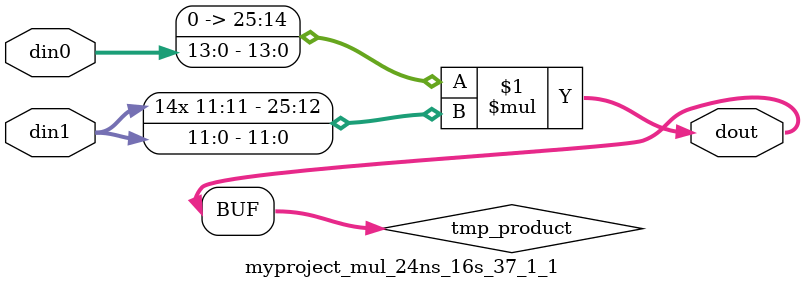
<source format=v>

`timescale 1 ns / 1 ps

  module myproject_mul_24ns_16s_37_1_1(din0, din1, dout);
parameter ID = 1;
parameter NUM_STAGE = 0;
parameter din0_WIDTH = 14;
parameter din1_WIDTH = 12;
parameter dout_WIDTH = 26;

input [din0_WIDTH - 1 : 0] din0; 
input [din1_WIDTH - 1 : 0] din1; 
output [dout_WIDTH - 1 : 0] dout;

wire signed [dout_WIDTH - 1 : 0] tmp_product;











assign tmp_product = $signed({1'b0, din0}) * $signed(din1);










assign dout = tmp_product;







endmodule

</source>
